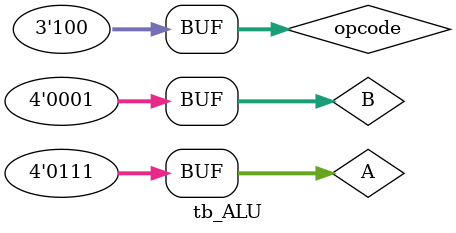
<source format=v>
`timescale 1ns / 1ps


module ALU4BIT(
input [3:0] A,
input [3:0]B,
input [2:0] opcode,
output reg [3:0] out
    );
    always @(*)
    begin
    case(opcode)
    3'b000: out=0;
    3'b001: out=A+B;
    3'b010: out=A-B;
    3'b011: out=A&B;
    3'b100: out=A|B;
    3'b101: out=~A;
    3'b110: out=~B;
    3'b111: out=0;
    default: out=0;
    endcase
    end   
endmodule
//// test bench
module tb_ALU(
    );
    reg [3:0] A,B;
    reg [2:0] opcode;
    wire [3:0] out;
    
    ALU4BIT A1(
    .A(A),
    .B(B),
    .opcode(opcode),
    .out(out)
    );
    
    initial 
    begin
    opcode = 3'b000;A=4'b0001;B= 3'b0001;
    #10;
    opcode = 3'b001;A=4'b0011;B= 3'b0001;
    #10;
    opcode = 3'b010;A=4'b0011;B= 3'b0001;
    #10;
    opcode = 3'b011;A=4'b0011;B= 3'b0001;
    #10;
    opcode = 3'b100;A=4'b0111;B= 3'b0001;
    #10;
    
   end
        
endmodule


</source>
